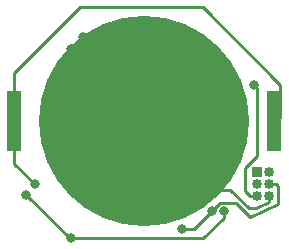
<source format=gbr>
G04 #@! TF.GenerationSoftware,KiCad,Pcbnew,(5.1.5)-3*
G04 #@! TF.CreationDate,2020-12-31T17:50:50-05:00*
G04 #@! TF.ProjectId,Ring Watch V1,52696e67-2057-4617-9463-682056312e6b,rev?*
G04 #@! TF.SameCoordinates,Original*
G04 #@! TF.FileFunction,Copper,L2,Bot*
G04 #@! TF.FilePolarity,Positive*
%FSLAX46Y46*%
G04 Gerber Fmt 4.6, Leading zero omitted, Abs format (unit mm)*
G04 Created by KiCad (PCBNEW (5.1.5)-3) date 2020-12-31 17:50:50*
%MOMM*%
%LPD*%
G04 APERTURE LIST*
%ADD10O,0.850000X0.850000*%
%ADD11R,0.850000X0.850000*%
%ADD12R,1.270000X5.080000*%
%ADD13C,17.800000*%
%ADD14C,0.800000*%
%ADD15C,0.250000*%
G04 APERTURE END LIST*
D10*
X108966000Y-114268000D03*
X107966000Y-114268000D03*
X108966000Y-113268000D03*
X107966000Y-113268000D03*
X108966000Y-112268000D03*
D11*
X107966000Y-112268000D03*
D12*
X87440000Y-107950000D03*
X109410000Y-107950000D03*
D13*
X98425000Y-107950000D03*
D14*
X89154000Y-113284010D03*
X105664000Y-108204000D03*
X103632000Y-108204000D03*
X101854000Y-107442000D03*
X92202000Y-101854000D03*
X93218000Y-100838000D03*
X94234000Y-100838000D03*
X93218000Y-101854000D03*
X94234000Y-101854000D03*
X98298000Y-113030000D03*
X101600000Y-117094000D03*
X104144660Y-115565340D03*
X107696000Y-104902000D03*
X88456284Y-114180181D03*
X105155998Y-115570000D03*
X92202000Y-117856000D03*
D15*
X109970001Y-107580001D02*
X109830002Y-107720000D01*
X87440000Y-103822000D02*
X92964000Y-98298000D01*
X92964000Y-98298000D02*
X103378000Y-98298000D01*
X87440000Y-107950000D02*
X87440000Y-103822000D01*
X103378000Y-98298000D02*
X109970001Y-104890001D01*
X109970001Y-104890001D02*
X109970001Y-107580001D01*
X87440000Y-107950000D02*
X87440000Y-111570010D01*
X87440000Y-111570010D02*
X89154000Y-113284010D01*
X108966000Y-114802552D02*
X107939101Y-115316000D01*
X107316410Y-115316000D02*
X105723401Y-113722991D01*
X108966000Y-114268000D02*
X108966000Y-114802552D01*
X107939101Y-115316000D02*
X107316410Y-115316000D01*
X104197991Y-113722991D02*
X98425000Y-107950000D01*
X105723401Y-113722991D02*
X104197991Y-113722991D01*
X104144660Y-115508338D02*
X104144660Y-115565340D01*
X108966000Y-113268000D02*
X109567040Y-113268000D01*
X109728000Y-113428960D02*
X109728000Y-114924678D01*
X109728000Y-114924678D02*
X107421355Y-116078000D01*
X107421355Y-116078000D02*
X106188354Y-114844999D01*
X106188354Y-114844999D02*
X104807999Y-114844999D01*
X102616000Y-117094000D02*
X104144660Y-115565340D01*
X101600000Y-117094000D02*
X102616000Y-117094000D01*
X104807999Y-114844999D02*
X104144660Y-115508338D01*
X109567040Y-113268000D02*
X109728000Y-113428960D01*
X107364960Y-114268000D02*
X106934000Y-113837040D01*
X107966000Y-114268000D02*
X107364960Y-114268000D01*
X106934000Y-111864998D02*
X107950000Y-110848998D01*
X106934000Y-113837040D02*
X106934000Y-111864998D01*
X107950000Y-110848998D02*
X107950000Y-105156000D01*
X107950000Y-105156000D02*
X107696000Y-104902000D01*
X92767685Y-117856000D02*
X92202000Y-117856000D01*
X105155998Y-115570000D02*
X105155998Y-116135685D01*
X103435683Y-117856000D02*
X92767685Y-117856000D01*
X105155998Y-116135685D02*
X103435683Y-117856000D01*
X92132103Y-117856000D02*
X92202000Y-117856000D01*
X88456284Y-114180181D02*
X92132103Y-117856000D01*
M02*

</source>
